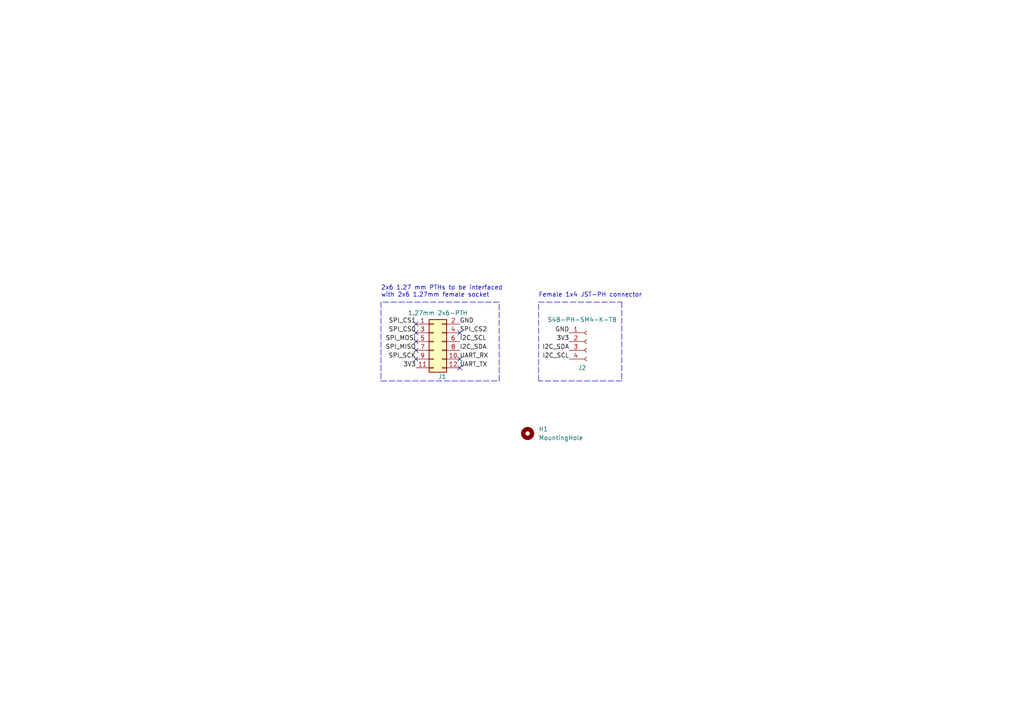
<source format=kicad_sch>
(kicad_sch (version 20211123) (generator eeschema)
  (paper "A4")
  (title_block (title "2x6 1.27mm socket to JST-PH I2C Adapter board") (date "2021-11-20") (rev "1") (comment 1 "Designed for AISLER 2-Layer Service") (comment 3 "Nguyen Vincent"))
  (lib_symbols
    (symbol "Connector:Conn_01x04_Female" (pin_names (offset 1.016) hide)
      (property "Reference" "J" (at 0 5.08 0))
      (property "Value" "Conn_01x04_Female" (at 0 -7.62 0))
      (symbol "Conn_01x04_Female_1_1"
        (arc (start 0 -4.572) (mid -0.508 -5.08) (end 0 -5.588) (stroke (width 0.1524)))
        (arc (start 0 -2.032) (mid -0.508 -2.54) (end 0 -3.048) (stroke (width 0.1524)))
        (polyline (pts (xy -1.27 -5.08) (xy -0.508 -5.08)) (stroke (width 0.1524)))
        (polyline (pts (xy -1.27 -2.54) (xy -0.508 -2.54)) (stroke (width 0.1524)))
        (polyline (pts (xy -1.27 0) (xy -0.508 0)) (stroke (width 0.1524)))
        (polyline (pts (xy -1.27 2.54) (xy -0.508 2.54)) (stroke (width 0.1524)))
        (arc (start 0 0.508) (mid -0.508 0) (end 0 -0.508) (stroke (width 0.1524)))
        (arc (start 0 3.048) (mid -0.508 2.54) (end 0 2.032) (stroke (width 0.1524)))
        (pin passive line (at -5.08 2.54 0) (length 3.81) (name "Pin_1") (number "1"))
        (pin passive line (at -5.08 0 0) (length 3.81) (name "Pin_2") (number "2"))
        (pin passive line (at -5.08 -2.54 0) (length 3.81) (name "Pin_3") (number "3"))
        (pin passive line (at -5.08 -5.08 0) (length 3.81) (name "Pin_4") (number "4"))
      )
    )
    (symbol "Connector_Generic:Conn_02x06_Odd_Even" (pin_names (offset 1.016) hide)
      (property "Reference" "J" (at 1.27 7.62 0))
      (property "Value" "Conn_02x06_Odd_Even" (at 1.27 -10.16 0))
      (symbol "Conn_02x06_Odd_Even_1_1"
        (rectangle (start -1.27 -7.493) (end 0 -7.747) (stroke (width 0.1524)))
        (rectangle (start -1.27 -4.953) (end 0 -5.207) (stroke (width 0.1524)))
        (rectangle (start -1.27 -2.413) (end 0 -2.667) (stroke (width 0.1524)))
        (rectangle (start -1.27 0.127) (end 0 -0.127) (stroke (width 0.1524)))
        (rectangle (start -1.27 2.667) (end 0 2.413) (stroke (width 0.1524)))
        (rectangle (start -1.27 5.207) (end 0 4.953) (stroke (width 0.1524)))
        (rectangle (start -1.27 6.35) (end 3.81 -8.89) (stroke (width 0.254)) (fill (type background)))
        (rectangle (start 3.81 -7.493) (end 2.54 -7.747) (stroke (width 0.1524)))
        (rectangle (start 3.81 -4.953) (end 2.54 -5.207) (stroke (width 0.1524)))
        (rectangle (start 3.81 -2.413) (end 2.54 -2.667) (stroke (width 0.1524)))
        (rectangle (start 3.81 0.127) (end 2.54 -0.127) (stroke (width 0.1524)))
        (rectangle (start 3.81 2.667) (end 2.54 2.413) (stroke (width 0.1524)))
        (rectangle (start 3.81 5.207) (end 2.54 4.953) (stroke (width 0.1524)))
        (pin passive line (at -5.08 5.08 0) (length 3.81) (name "Pin_1") (number "1"))
        (pin passive line (at 7.62 -5.08 180) (length 3.81) (name "Pin_10") (number "10"))
        (pin passive line (at -5.08 -7.62 0) (length 3.81) (name "Pin_11") (number "11"))
        (pin passive line (at 7.62 -7.62 180) (length 3.81) (name "Pin_12") (number "12"))
        (pin passive line (at 7.62 5.08 180) (length 3.81) (name "Pin_2") (number "2"))
        (pin passive line (at -5.08 2.54 0) (length 3.81) (name "Pin_3") (number "3"))
        (pin passive line (at 7.62 2.54 180) (length 3.81) (name "Pin_4") (number "4"))
        (pin passive line (at -5.08 0 0) (length 3.81) (name "Pin_5") (number "5"))
        (pin passive line (at 7.62 0 180) (length 3.81) (name "Pin_6") (number "6"))
        (pin passive line (at -5.08 -2.54 0) (length 3.81) (name "Pin_7") (number "7"))
        (pin passive line (at 7.62 -2.54 180) (length 3.81) (name "Pin_8") (number "8"))
        (pin passive line (at -5.08 -5.08 0) (length 3.81) (name "Pin_9") (number "9"))
      )
    )
    (symbol "Mechanical:MountingHole" (pin_names (offset 1.016))
      (property "Reference" "H" (at 0 5.08 0))
      (property "Value" "MountingHole" (at 0 3.175 0))
      (symbol "MountingHole_0_1"
        (circle (center 0 0) (radius 1.27) (stroke (width 1.27)))
      )
    )
  )
  (no_connect (at 120.65 96.52))
  (no_connect (at 133.35 96.52))
  (no_connect (at 120.65 93.98))
  (no_connect (at 133.35 104.14))
  (no_connect (at 120.65 99.06))
  (no_connect (at 120.65 101.6))
  (no_connect (at 120.65 104.14))
  (no_connect (at 133.35 106.68))
  (polyline (pts (xy 180.34 110.49) (xy 156.21 110.49)))
  (polyline (pts (xy 110.49 110.49) (xy 144.78 110.49)))
  (polyline (pts (xy 180.34 87.63) (xy 180.34 110.49)))
  (polyline (pts (xy 156.21 87.63) (xy 180.34 87.63)))
  (polyline (pts (xy 144.78 110.49) (xy 144.78 87.63)))
  (polyline (pts (xy 156.21 110.49) (xy 156.21 87.63)))
  (polyline (pts (xy 110.49 87.63) (xy 110.49 110.49)))
  (polyline (pts (xy 144.78 87.63) (xy 110.49 87.63)))
  (text "2x6 1.27 mm PTHs to be interfaced \nwith 2x6 1.27mm female socket" (at 110.49 86.36 0) (effects (font (size 1.27 1.27)) (justify left bottom)))
  (text "Female 1x4 JST-PH connector" (at 156.21 86.36 0) (effects (font (size 1.27 1.27)) (justify left bottom)))
  (label "I2C_SDA" (at 165.1 101.6 180))
  (label "SPI_CS1" (at 120.65 93.98 180))
  (label "GND" (at 133.35 93.98 0))
  (label "I2C_SDA" (at 133.35 101.6 0))
  (label "SPI_MISO" (at 120.65 101.6 180))
  (label "3V3" (at 120.65 106.68 180))
  (label "SPI_SCK" (at 120.65 104.14 180))
  (label "SPI_CS0" (at 120.65 96.52 180))
  (label "SPI_MOSI" (at 120.65 99.06 180))
  (label "GND" (at 165.1 96.52 180))
  (label "I2C_SCL" (at 133.35 99.06 0))
  (label "UART_RX" (at 133.35 104.14 0))
  (label "I2C_SCL" (at 165.1 104.14 180))
  (label "3V3" (at 165.1 99.06 180))
  (label "SPI_CS2" (at 133.35 96.52 0))
  (label "UART_TX" (at 133.35 106.68 0))
  (symbol (lib_id "Connector_Generic:Conn_02x06_Odd_Even") (at 125.73 99.06 0) (unit 1)
    (property "Reference" "J1" (at 128.27 109.22 0))
    (property "Value" "1.27mm 2x6-PTH" (at 127 90.7796 0))
    (property "Footprint" "Connector_PinHeader_1.27mm:PinHeader_2x06_P1.27mm_Vertical" (effects hide))
  )
  (symbol (lib_id "Connector:Conn_01x04_Female") (at 170.18 99.06 0) (unit 1)
    (property "Reference" "J2" (at 167.64 106.68 0) (effects (justify left)))
    (property "Value" "S4B-PH-SM4-K-TB" (at 158.75 92.71 0) (effects (justify left)))
    (property "Footprint" "Connector_JST:JST_PH_S4B-PH-SM4-TB_1x04-1MP_P2.00mm_Horizontal" (effects hide))
  )
  (symbol (lib_id "Mechanical:MountingHole") (at 153.035 125.73 0) (unit 1)
    (property "Reference" "H1" (at 156.21 124.4599 0) (effects (justify left)))
    (property "Value" "MountingHole" (at 156.21 126.9999 0) (effects (justify left)))
    (property "Footprint" "MountingHole:MountingHole_2.2mm_M2" (effects hide))
  )
)
</source>
